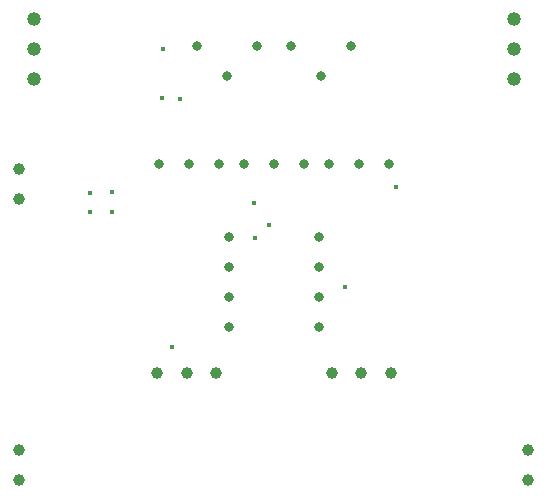
<source format=gbr>
%TF.GenerationSoftware,KiCad,Pcbnew,7.0.6*%
%TF.CreationDate,2023-09-24T22:27:40+13:00*%
%TF.ProjectId,VCA,5643412e-6b69-4636-9164-5f7063625858,rev?*%
%TF.SameCoordinates,Original*%
%TF.FileFunction,Plated,1,2,PTH,Drill*%
%TF.FilePolarity,Positive*%
%FSLAX46Y46*%
G04 Gerber Fmt 4.6, Leading zero omitted, Abs format (unit mm)*
G04 Created by KiCad (PCBNEW 7.0.6) date 2023-09-24 22:27:40*
%MOMM*%
%LPD*%
G01*
G04 APERTURE LIST*
%TA.AperFunction,ViaDrill*%
%ADD10C,0.400000*%
%TD*%
%TA.AperFunction,ComponentDrill*%
%ADD11C,0.800000*%
%TD*%
%TA.AperFunction,ComponentDrill*%
%ADD12C,1.000000*%
%TD*%
%TA.AperFunction,ComponentDrill*%
%ADD13C,1.190000*%
%TD*%
G04 APERTURE END LIST*
D10*
X109497056Y-78020000D03*
X109497056Y-79620000D03*
X111397056Y-77920000D03*
X111397056Y-79620000D03*
X115597056Y-69920000D03*
X115697056Y-65820000D03*
X116497056Y-91020000D03*
X117097056Y-70020000D03*
X123397056Y-78820000D03*
X123497056Y-81820000D03*
X124697056Y-80719500D03*
X131097056Y-85920000D03*
X135397056Y-77520000D03*
D11*
%TO.C,Q1*%
X115357056Y-75580000D03*
X117897056Y-75580000D03*
%TO.C,OFFSET_TRIM1*%
X118562056Y-65575000D03*
%TO.C,Q1*%
X120437056Y-75580000D03*
%TO.C,OFFSET_TRIM1*%
X121102056Y-68115000D03*
%TO.C,U1*%
X121277056Y-81720000D03*
X121277056Y-84260000D03*
X121277056Y-86800000D03*
X121277056Y-89340000D03*
%TO.C,Q3*%
X122557056Y-75580000D03*
%TO.C,OFFSET_TRIM1*%
X123642056Y-65575000D03*
%TO.C,Q3*%
X125097056Y-75580000D03*
%TO.C,LEVEL_TRIM1*%
X126562056Y-65575000D03*
%TO.C,Q3*%
X127637056Y-75580000D03*
%TO.C,U1*%
X128897056Y-81720000D03*
X128897056Y-84260000D03*
X128897056Y-86800000D03*
X128897056Y-89340000D03*
%TO.C,LEVEL_TRIM1*%
X129102056Y-68115000D03*
%TO.C,Q2*%
X129767056Y-75570000D03*
%TO.C,LEVEL_TRIM1*%
X131642056Y-65575000D03*
%TO.C,Q2*%
X132307056Y-75570000D03*
X134847056Y-75570000D03*
D12*
%TO.C,J1*%
X103500000Y-76000000D03*
X103500000Y-78540000D03*
%TO.C,J2*%
X103500000Y-99780000D03*
X103500000Y-102320000D03*
%TO.C,GAIN1*%
X115197056Y-93220000D03*
X117697056Y-93220000D03*
X120197056Y-93220000D03*
%TO.C,CV_AMOUNT1*%
X129997056Y-93220000D03*
X132497056Y-93220000D03*
X134997056Y-93220000D03*
%TO.C,J3*%
X146597056Y-99775000D03*
X146597056Y-102315000D03*
D13*
%TO.C,J4*%
X104797056Y-63240000D03*
X104797056Y-65780000D03*
X104797056Y-68320000D03*
%TO.C,J5*%
X145417056Y-63230000D03*
X145417056Y-65770000D03*
X145417056Y-68310000D03*
M02*

</source>
